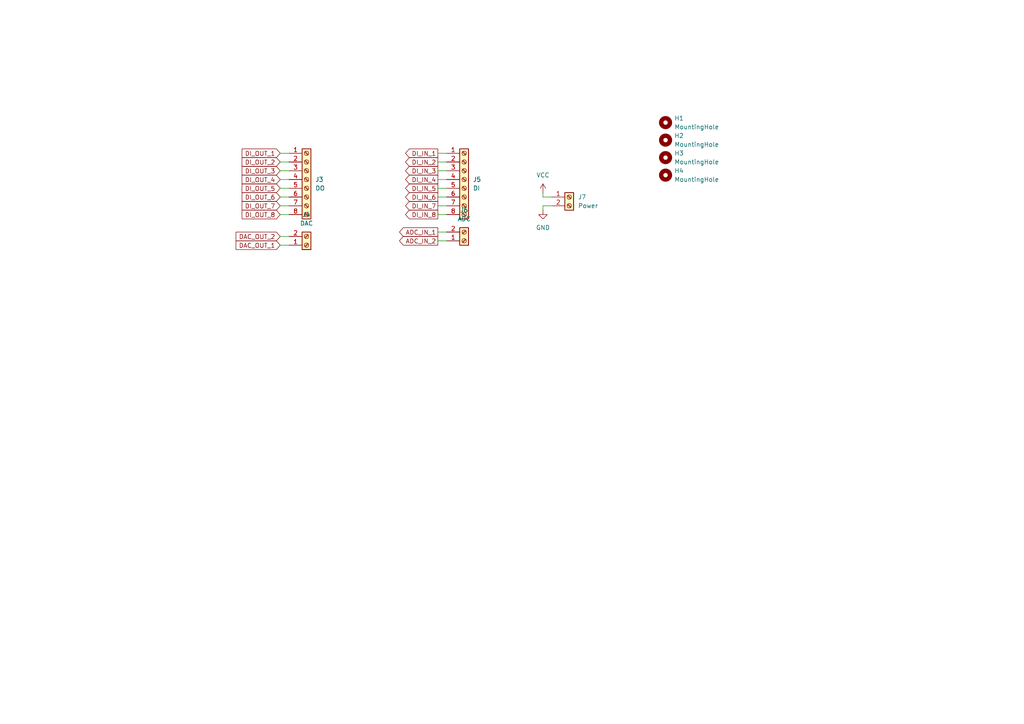
<source format=kicad_sch>
(kicad_sch (version 20211123) (generator eeschema)
  (paper "A4")
  (lib_symbols
    (symbol "Connector:Screw_Terminal_01x02" (pin_names (offset 1.016) hide)
      (property "Reference" "J" (at 0 2.54 0))
      (property "Value" "Screw_Terminal_01x02" (at 0 -5.08 0))
      (symbol "Screw_Terminal_01x02_1_1"
        (rectangle (start -1.27 1.27) (end 1.27 -3.81) (stroke (width 0.254)) (fill (type background)))
        (circle (center 0 -2.54) (radius 0.635) (stroke (width 0.1524)))
        (polyline (pts (xy -0.5334 -2.2098) (xy 0.3302 -3.048)) (stroke (width 0.1524)))
        (polyline (pts (xy -0.5334 0.3302) (xy 0.3302 -0.508)) (stroke (width 0.1524)))
        (polyline (pts (xy -0.3556 -2.032) (xy 0.508 -2.8702)) (stroke (width 0.1524)))
        (polyline (pts (xy -0.3556 0.508) (xy 0.508 -0.3302)) (stroke (width 0.1524)))
        (circle (center 0 0) (radius 0.635) (stroke (width 0.1524)))
        (pin passive line (at -5.08 0 0) (length 3.81) (name "Pin_1") (number "1"))
        (pin passive line (at -5.08 -2.54 0) (length 3.81) (name "Pin_2") (number "2"))
      )
    )
    (symbol "Connector:Screw_Terminal_01x08" (pin_names (offset 1.016) hide)
      (property "Reference" "J" (at 0 10.16 0))
      (property "Value" "Screw_Terminal_01x08" (at 0 -12.7 0))
      (symbol "Screw_Terminal_01x08_1_1"
        (rectangle (start -1.27 8.89) (end 1.27 -11.43) (stroke (width 0.254)) (fill (type background)))
        (circle (center 0 -10.16) (radius 0.635) (stroke (width 0.1524)))
        (circle (center 0 -7.62) (radius 0.635) (stroke (width 0.1524)))
        (circle (center 0 -5.08) (radius 0.635) (stroke (width 0.1524)))
        (circle (center 0 -2.54) (radius 0.635) (stroke (width 0.1524)))
        (polyline (pts (xy -0.5334 -9.8298) (xy 0.3302 -10.668)) (stroke (width 0.1524)))
        (polyline (pts (xy -0.5334 -7.2898) (xy 0.3302 -8.128)) (stroke (width 0.1524)))
        (polyline (pts (xy -0.5334 -4.7498) (xy 0.3302 -5.588)) (stroke (width 0.1524)))
        (polyline (pts (xy -0.5334 -2.2098) (xy 0.3302 -3.048)) (stroke (width 0.1524)))
        (polyline (pts (xy -0.5334 0.3302) (xy 0.3302 -0.508)) (stroke (width 0.1524)))
        (polyline (pts (xy -0.5334 2.8702) (xy 0.3302 2.032)) (stroke (width 0.1524)))
        (polyline (pts (xy -0.5334 5.4102) (xy 0.3302 4.572)) (stroke (width 0.1524)))
        (polyline (pts (xy -0.5334 7.9502) (xy 0.3302 7.112)) (stroke (width 0.1524)))
        (polyline (pts (xy -0.3556 -9.652) (xy 0.508 -10.4902)) (stroke (width 0.1524)))
        (polyline (pts (xy -0.3556 -7.112) (xy 0.508 -7.9502)) (stroke (width 0.1524)))
        (polyline (pts (xy -0.3556 -4.572) (xy 0.508 -5.4102)) (stroke (width 0.1524)))
        (polyline (pts (xy -0.3556 -2.032) (xy 0.508 -2.8702)) (stroke (width 0.1524)))
        (polyline (pts (xy -0.3556 0.508) (xy 0.508 -0.3302)) (stroke (width 0.1524)))
        (polyline (pts (xy -0.3556 3.048) (xy 0.508 2.2098)) (stroke (width 0.1524)))
        (polyline (pts (xy -0.3556 5.588) (xy 0.508 4.7498)) (stroke (width 0.1524)))
        (polyline (pts (xy -0.3556 8.128) (xy 0.508 7.2898)) (stroke (width 0.1524)))
        (circle (center 0 0) (radius 0.635) (stroke (width 0.1524)))
        (circle (center 0 2.54) (radius 0.635) (stroke (width 0.1524)))
        (circle (center 0 5.08) (radius 0.635) (stroke (width 0.1524)))
        (circle (center 0 7.62) (radius 0.635) (stroke (width 0.1524)))
        (pin passive line (at -5.08 7.62 0) (length 3.81) (name "Pin_1") (number "1"))
        (pin passive line (at -5.08 5.08 0) (length 3.81) (name "Pin_2") (number "2"))
        (pin passive line (at -5.08 2.54 0) (length 3.81) (name "Pin_3") (number "3"))
        (pin passive line (at -5.08 0 0) (length 3.81) (name "Pin_4") (number "4"))
        (pin passive line (at -5.08 -2.54 0) (length 3.81) (name "Pin_5") (number "5"))
        (pin passive line (at -5.08 -5.08 0) (length 3.81) (name "Pin_6") (number "6"))
        (pin passive line (at -5.08 -7.62 0) (length 3.81) (name "Pin_7") (number "7"))
        (pin passive line (at -5.08 -10.16 0) (length 3.81) (name "Pin_8") (number "8"))
      )
    )
    (symbol "Mechanical:MountingHole" (pin_names (offset 1.016))
      (property "Reference" "H" (at 0 5.08 0))
      (property "Value" "MountingHole" (at 0 3.175 0))
      (symbol "MountingHole_0_1"
        (circle (center 0 0) (radius 1.27) (stroke (width 1.27)))
      )
    )
    (symbol "power:GND" (power) (pin_names (offset 0))
      (property "Value" "GND" (at 0 -3.81 0))
      (symbol "GND_0_1"
        (polyline (pts (xy 0 0) (xy 0 -1.27) (xy 1.27 -1.27) (xy 0 -2.54) (xy -1.27 -1.27) (xy 0 -1.27)))
      )
      (symbol "GND_1_1"
        (pin power_in line (at 0 0 270) (length 0) hide (name "GND") (number "1"))
      )
    )
    (symbol "power:VCC" (power) (pin_names (offset 0))
      (property "Value" "VCC" (at 0 3.81 0))
      (symbol "VCC_0_1"
        (polyline (pts (xy -0.762 1.27) (xy 0 2.54)))
        (polyline (pts (xy 0 0) (xy 0 2.54)))
        (polyline (pts (xy 0 2.54) (xy 0.762 1.27)))
      )
      (symbol "VCC_1_1"
        (pin power_in line (at 0 0 90) (length 0) hide (name "VCC") (number "1"))
      )
    )
  )
  (wire (pts (xy 81.28 59.69) (xy 83.82 59.69)))
  (wire (pts (xy 127 69.85) (xy 129.54 69.85)))
  (wire (pts (xy 127 59.69) (xy 129.54 59.69)))
  (wire (pts (xy 127 62.23) (xy 129.54 62.23)))
  (wire (pts (xy 127 54.61) (xy 129.54 54.61)))
  (wire (pts (xy 81.28 68.58) (xy 83.82 68.58)))
  (wire (pts (xy 127 67.31) (xy 129.54 67.31)))
  (wire (pts (xy 157.48 55.88) (xy 157.48 57.15)))
  (wire (pts (xy 127 46.99) (xy 129.54 46.99)))
  (wire (pts (xy 127 52.07) (xy 129.54 52.07)))
  (wire (pts (xy 127 49.53) (xy 129.54 49.53)))
  (wire (pts (xy 127 57.15) (xy 129.54 57.15)))
  (wire (pts (xy 157.48 59.69) (xy 157.48 60.96)))
  (wire (pts (xy 81.28 46.99) (xy 83.82 46.99)))
  (wire (pts (xy 81.28 71.12) (xy 83.82 71.12)))
  (wire (pts (xy 81.28 52.07) (xy 83.82 52.07)))
  (wire (pts (xy 81.28 62.23) (xy 83.82 62.23)))
  (wire (pts (xy 81.28 44.45) (xy 83.82 44.45)))
  (wire (pts (xy 160.02 59.69) (xy 157.48 59.69)))
  (wire (pts (xy 81.28 49.53) (xy 83.82 49.53)))
  (wire (pts (xy 157.48 57.15) (xy 160.02 57.15)))
  (wire (pts (xy 81.28 54.61) (xy 83.82 54.61)))
  (wire (pts (xy 81.28 57.15) (xy 83.82 57.15)))
  (wire (pts (xy 127 44.45) (xy 129.54 44.45)))
  (global_label "DI_IN_8" (shape output) (at 127 62.23 180) (property "Intersheet References" "${INTERSHEET_REFS}" (effects hide)))
  (global_label "ADC_IN_2" (shape output) (at 127 69.85 180) (property "Intersheet References" "${INTERSHEET_REFS}" (effects hide)))
  (global_label "DI_OUT_3" (shape input) (at 81.28 49.53 180) (property "Intersheet References" "${INTERSHEET_REFS}" (effects hide)))
  (global_label "DI_OUT_6" (shape input) (at 81.28 57.15 180) (property "Intersheet References" "${INTERSHEET_REFS}" (effects hide)))
  (global_label "DI_IN_3" (shape output) (at 127 49.53 180) (property "Intersheet References" "${INTERSHEET_REFS}" (effects hide)))
  (global_label "DI_OUT_4" (shape input) (at 81.28 52.07 180) (property "Intersheet References" "${INTERSHEET_REFS}" (effects hide)))
  (global_label "DI_IN_7" (shape output) (at 127 59.69 180) (property "Intersheet References" "${INTERSHEET_REFS}" (effects hide)))
  (global_label "DI_OUT_7" (shape input) (at 81.28 59.69 180) (property "Intersheet References" "${INTERSHEET_REFS}" (effects hide)))
  (global_label "DI_OUT_1" (shape input) (at 81.28 44.45 180) (property "Intersheet References" "${INTERSHEET_REFS}" (effects hide)))
  (global_label "DAC_OUT_1" (shape input) (at 81.28 71.12 180) (property "Intersheet References" "${INTERSHEET_REFS}" (effects hide)))
  (global_label "DI_IN_5" (shape output) (at 127 54.61 180) (property "Intersheet References" "${INTERSHEET_REFS}" (effects hide)))
  (global_label "DI_IN_6" (shape output) (at 127 57.15 180) (property "Intersheet References" "${INTERSHEET_REFS}" (effects hide)))
  (global_label "DI_IN_1" (shape output) (at 127 44.45 180) (property "Intersheet References" "${INTERSHEET_REFS}" (effects hide)))
  (global_label "DI_OUT_5" (shape input) (at 81.28 54.61 180) (property "Intersheet References" "${INTERSHEET_REFS}" (effects hide)))
  (global_label "DI_OUT_2" (shape input) (at 81.28 46.99 180) (property "Intersheet References" "${INTERSHEET_REFS}" (effects hide)))
  (global_label "DI_IN_4" (shape output) (at 127 52.07 180) (property "Intersheet References" "${INTERSHEET_REFS}" (effects hide)))
  (global_label "DI_OUT_8" (shape input) (at 81.28 62.23 180) (property "Intersheet References" "${INTERSHEET_REFS}" (effects hide)))
  (global_label "DAC_OUT_2" (shape input) (at 81.28 68.58 180) (property "Intersheet References" "${INTERSHEET_REFS}" (effects hide)))
  (global_label "ADC_IN_1" (shape output) (at 127 67.31 180) (property "Intersheet References" "${INTERSHEET_REFS}" (effects hide)))
  (global_label "DI_IN_2" (shape output) (at 127 46.99 180) (property "Intersheet References" "${INTERSHEET_REFS}" (effects hide)))
  (symbol (lib_id "power:GND") (at 157.48 60.96 0) (unit 1)
    (property "Reference" "#PWR0210" (effects hide))
    (property "Value" "GND" (at 157.48 66.04 0))
  )
  (symbol (lib_id "power:VCC") (at 157.48 55.88 0) (unit 1)
    (property "Reference" "#PWR0211" (effects hide))
    (property "Value" "VCC" (at 157.48 50.8 0))
  )
  (symbol (lib_id "Mechanical:MountingHole") (at 193.04 40.64 0) (unit 1)
    (property "Reference" "H2" (at 195.58 39.3699 0) (effects (justify left)))
    (property "Value" "MountingHole" (at 195.58 41.9099 0) (effects (justify left)))
    (property "Footprint" "MountingHole:MountingHole_3.2mm_M3" (effects hide))
  )
  (symbol (lib_id "Mechanical:MountingHole") (at 193.04 50.8 0) (unit 1)
    (property "Reference" "H4" (at 195.58 49.5299 0) (effects (justify left)))
    (property "Value" "MountingHole" (at 195.58 52.0699 0) (effects (justify left)))
    (property "Footprint" "MountingHole:MountingHole_3.2mm_M3" (effects hide))
  )
  (symbol (lib_id "Mechanical:MountingHole") (at 193.04 45.72 0) (unit 1)
    (property "Reference" "H3" (at 195.58 44.4499 0) (effects (justify left)))
    (property "Value" "MountingHole" (at 195.58 46.9899 0) (effects (justify left)))
    (property "Footprint" "MountingHole:MountingHole_3.2mm_M3" (effects hide))
  )
  (symbol (lib_id "Connector:Screw_Terminal_01x02") (at 165.1 57.15 0) (unit 1)
    (property "Reference" "J7" (at 167.64 57.1499 0) (effects (justify left)))
    (property "Value" "Power" (at 167.64 59.6899 0) (effects (justify left)))
    (property "Footprint" "MK_Footprints:TerminalBlock_Phoenix_MPT-0,5-2-2.54_1x02_P2.54mm_Horizontal" (effects hide))
  )
  (symbol (lib_id "Connector:Screw_Terminal_01x08") (at 88.9 52.07 0) (unit 1)
    (property "Reference" "J3" (at 91.44 52.0699 0) (effects (justify left)))
    (property "Value" "DO" (at 91.44 54.6099 0) (effects (justify left)))
    (property "Footprint" "MK_Footprints:TerminalBlock_Phoenix_MPT-0,5-8-2.54_1x08_P2.54mm_Horizontal" (effects hide))
  )
  (symbol (lib_id "Connector:Screw_Terminal_01x02") (at 88.9 71.12 0) (mirror x) (unit 1)
    (property "Reference" "J4" (at 88.9 62.23 0))
    (property "Value" "DAC" (at 88.9 64.77 0))
    (property "Footprint" "MK_Footprints:TerminalBlock_Phoenix_MPT-0,5-2-2.54_1x02_P2.54mm_Horizontal" (effects hide))
  )
  (symbol (lib_id "Connector:Screw_Terminal_01x08") (at 134.62 52.07 0) (unit 1)
    (property "Reference" "J5" (at 137.16 52.0699 0) (effects (justify left)))
    (property "Value" "DI" (at 137.16 54.6099 0) (effects (justify left)))
    (property "Footprint" "MK_Footprints:TerminalBlock_Phoenix_MPT-0,5-8-2.54_1x08_P2.54mm_Horizontal" (effects hide))
  )
  (symbol (lib_id "Connector:Screw_Terminal_01x02") (at 134.62 69.85 0) (mirror x) (unit 1)
    (property "Reference" "J6" (at 134.62 60.96 0))
    (property "Value" "ADC" (at 134.62 63.5 0))
    (property "Footprint" "MK_Footprints:TerminalBlock_Phoenix_MPT-0,5-2-2.54_1x02_P2.54mm_Horizontal" (effects hide))
  )
  (symbol (lib_id "Mechanical:MountingHole") (at 193.04 35.56 0) (unit 1)
    (property "Reference" "H1" (at 195.58 34.2899 0) (effects (justify left)))
    (property "Value" "MountingHole" (at 195.58 36.8299 0) (effects (justify left)))
    (property "Footprint" "MountingHole:MountingHole_3.2mm_M3" (effects hide))
  )
)
</source>
